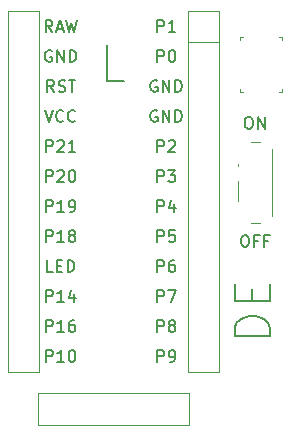
<source format=gbr>
%TF.GenerationSoftware,KiCad,Pcbnew,8.0.6*%
%TF.CreationDate,2024-12-27T20:41:03+01:00*%
%TF.ProjectId,left,6c656674-2e6b-4696-9361-645f70636258,0.1*%
%TF.SameCoordinates,Original*%
%TF.FileFunction,Legend,Top*%
%TF.FilePolarity,Positive*%
%FSLAX46Y46*%
G04 Gerber Fmt 4.6, Leading zero omitted, Abs format (unit mm)*
G04 Created by KiCad (PCBNEW 8.0.6) date 2024-12-27 20:41:03*
%MOMM*%
%LPD*%
G01*
G04 APERTURE LIST*
%ADD10C,0.150000*%
%ADD11C,0.120000*%
%ADD12C,0.100000*%
G04 APERTURE END LIST*
D10*
X267428572Y-109380057D02*
X266000000Y-109380057D01*
X266000000Y-109380057D02*
X266000000Y-106380057D01*
X279780057Y-131042857D02*
X276780057Y-131042857D01*
X276780057Y-131042857D02*
X276780057Y-130328571D01*
X276780057Y-130328571D02*
X276922914Y-129900000D01*
X276922914Y-129900000D02*
X277208628Y-129614285D01*
X277208628Y-129614285D02*
X277494342Y-129471428D01*
X277494342Y-129471428D02*
X278065771Y-129328571D01*
X278065771Y-129328571D02*
X278494342Y-129328571D01*
X278494342Y-129328571D02*
X279065771Y-129471428D01*
X279065771Y-129471428D02*
X279351485Y-129614285D01*
X279351485Y-129614285D02*
X279637200Y-129900000D01*
X279637200Y-129900000D02*
X279780057Y-130328571D01*
X279780057Y-130328571D02*
X279780057Y-131042857D01*
X278208628Y-128042857D02*
X278208628Y-127042857D01*
X279780057Y-126614285D02*
X279780057Y-128042857D01*
X279780057Y-128042857D02*
X276780057Y-128042857D01*
X276780057Y-128042857D02*
X276780057Y-126614285D01*
X277880952Y-112454819D02*
X278071428Y-112454819D01*
X278071428Y-112454819D02*
X278166666Y-112502438D01*
X278166666Y-112502438D02*
X278261904Y-112597676D01*
X278261904Y-112597676D02*
X278309523Y-112788152D01*
X278309523Y-112788152D02*
X278309523Y-113121485D01*
X278309523Y-113121485D02*
X278261904Y-113311961D01*
X278261904Y-113311961D02*
X278166666Y-113407200D01*
X278166666Y-113407200D02*
X278071428Y-113454819D01*
X278071428Y-113454819D02*
X277880952Y-113454819D01*
X277880952Y-113454819D02*
X277785714Y-113407200D01*
X277785714Y-113407200D02*
X277690476Y-113311961D01*
X277690476Y-113311961D02*
X277642857Y-113121485D01*
X277642857Y-113121485D02*
X277642857Y-112788152D01*
X277642857Y-112788152D02*
X277690476Y-112597676D01*
X277690476Y-112597676D02*
X277785714Y-112502438D01*
X277785714Y-112502438D02*
X277880952Y-112454819D01*
X278738095Y-113454819D02*
X278738095Y-112454819D01*
X278738095Y-112454819D02*
X279309523Y-113454819D01*
X279309523Y-113454819D02*
X279309523Y-112454819D01*
X277547619Y-122454819D02*
X277738095Y-122454819D01*
X277738095Y-122454819D02*
X277833333Y-122502438D01*
X277833333Y-122502438D02*
X277928571Y-122597676D01*
X277928571Y-122597676D02*
X277976190Y-122788152D01*
X277976190Y-122788152D02*
X277976190Y-123121485D01*
X277976190Y-123121485D02*
X277928571Y-123311961D01*
X277928571Y-123311961D02*
X277833333Y-123407200D01*
X277833333Y-123407200D02*
X277738095Y-123454819D01*
X277738095Y-123454819D02*
X277547619Y-123454819D01*
X277547619Y-123454819D02*
X277452381Y-123407200D01*
X277452381Y-123407200D02*
X277357143Y-123311961D01*
X277357143Y-123311961D02*
X277309524Y-123121485D01*
X277309524Y-123121485D02*
X277309524Y-122788152D01*
X277309524Y-122788152D02*
X277357143Y-122597676D01*
X277357143Y-122597676D02*
X277452381Y-122502438D01*
X277452381Y-122502438D02*
X277547619Y-122454819D01*
X278738095Y-122931009D02*
X278404762Y-122931009D01*
X278404762Y-123454819D02*
X278404762Y-122454819D01*
X278404762Y-122454819D02*
X278880952Y-122454819D01*
X279595238Y-122931009D02*
X279261905Y-122931009D01*
X279261905Y-123454819D02*
X279261905Y-122454819D01*
X279261905Y-122454819D02*
X279738095Y-122454819D01*
X260815714Y-130654819D02*
X260815714Y-129654819D01*
X260815714Y-129654819D02*
X261196666Y-129654819D01*
X261196666Y-129654819D02*
X261291904Y-129702438D01*
X261291904Y-129702438D02*
X261339523Y-129750057D01*
X261339523Y-129750057D02*
X261387142Y-129845295D01*
X261387142Y-129845295D02*
X261387142Y-129988152D01*
X261387142Y-129988152D02*
X261339523Y-130083390D01*
X261339523Y-130083390D02*
X261291904Y-130131009D01*
X261291904Y-130131009D02*
X261196666Y-130178628D01*
X261196666Y-130178628D02*
X260815714Y-130178628D01*
X262339523Y-130654819D02*
X261768095Y-130654819D01*
X262053809Y-130654819D02*
X262053809Y-129654819D01*
X262053809Y-129654819D02*
X261958571Y-129797676D01*
X261958571Y-129797676D02*
X261863333Y-129892914D01*
X261863333Y-129892914D02*
X261768095Y-129940533D01*
X263196666Y-129654819D02*
X263006190Y-129654819D01*
X263006190Y-129654819D02*
X262910952Y-129702438D01*
X262910952Y-129702438D02*
X262863333Y-129750057D01*
X262863333Y-129750057D02*
X262768095Y-129892914D01*
X262768095Y-129892914D02*
X262720476Y-130083390D01*
X262720476Y-130083390D02*
X262720476Y-130464342D01*
X262720476Y-130464342D02*
X262768095Y-130559580D01*
X262768095Y-130559580D02*
X262815714Y-130607200D01*
X262815714Y-130607200D02*
X262910952Y-130654819D01*
X262910952Y-130654819D02*
X263101428Y-130654819D01*
X263101428Y-130654819D02*
X263196666Y-130607200D01*
X263196666Y-130607200D02*
X263244285Y-130559580D01*
X263244285Y-130559580D02*
X263291904Y-130464342D01*
X263291904Y-130464342D02*
X263291904Y-130226247D01*
X263291904Y-130226247D02*
X263244285Y-130131009D01*
X263244285Y-130131009D02*
X263196666Y-130083390D01*
X263196666Y-130083390D02*
X263101428Y-130035771D01*
X263101428Y-130035771D02*
X262910952Y-130035771D01*
X262910952Y-130035771D02*
X262815714Y-130083390D01*
X262815714Y-130083390D02*
X262768095Y-130131009D01*
X262768095Y-130131009D02*
X262720476Y-130226247D01*
X261268095Y-106842438D02*
X261172857Y-106794819D01*
X261172857Y-106794819D02*
X261030000Y-106794819D01*
X261030000Y-106794819D02*
X260887143Y-106842438D01*
X260887143Y-106842438D02*
X260791905Y-106937676D01*
X260791905Y-106937676D02*
X260744286Y-107032914D01*
X260744286Y-107032914D02*
X260696667Y-107223390D01*
X260696667Y-107223390D02*
X260696667Y-107366247D01*
X260696667Y-107366247D02*
X260744286Y-107556723D01*
X260744286Y-107556723D02*
X260791905Y-107651961D01*
X260791905Y-107651961D02*
X260887143Y-107747200D01*
X260887143Y-107747200D02*
X261030000Y-107794819D01*
X261030000Y-107794819D02*
X261125238Y-107794819D01*
X261125238Y-107794819D02*
X261268095Y-107747200D01*
X261268095Y-107747200D02*
X261315714Y-107699580D01*
X261315714Y-107699580D02*
X261315714Y-107366247D01*
X261315714Y-107366247D02*
X261125238Y-107366247D01*
X261744286Y-107794819D02*
X261744286Y-106794819D01*
X261744286Y-106794819D02*
X262315714Y-107794819D01*
X262315714Y-107794819D02*
X262315714Y-106794819D01*
X262791905Y-107794819D02*
X262791905Y-106794819D01*
X262791905Y-106794819D02*
X263030000Y-106794819D01*
X263030000Y-106794819D02*
X263172857Y-106842438D01*
X263172857Y-106842438D02*
X263268095Y-106937676D01*
X263268095Y-106937676D02*
X263315714Y-107032914D01*
X263315714Y-107032914D02*
X263363333Y-107223390D01*
X263363333Y-107223390D02*
X263363333Y-107366247D01*
X263363333Y-107366247D02*
X263315714Y-107556723D01*
X263315714Y-107556723D02*
X263268095Y-107651961D01*
X263268095Y-107651961D02*
X263172857Y-107747200D01*
X263172857Y-107747200D02*
X263030000Y-107794819D01*
X263030000Y-107794819D02*
X262791905Y-107794819D01*
X261387142Y-125574819D02*
X260910952Y-125574819D01*
X260910952Y-125574819D02*
X260910952Y-124574819D01*
X261720476Y-125051009D02*
X262053809Y-125051009D01*
X262196666Y-125574819D02*
X261720476Y-125574819D01*
X261720476Y-125574819D02*
X261720476Y-124574819D01*
X261720476Y-124574819D02*
X262196666Y-124574819D01*
X262625238Y-125574819D02*
X262625238Y-124574819D01*
X262625238Y-124574819D02*
X262863333Y-124574819D01*
X262863333Y-124574819D02*
X263006190Y-124622438D01*
X263006190Y-124622438D02*
X263101428Y-124717676D01*
X263101428Y-124717676D02*
X263149047Y-124812914D01*
X263149047Y-124812914D02*
X263196666Y-125003390D01*
X263196666Y-125003390D02*
X263196666Y-125146247D01*
X263196666Y-125146247D02*
X263149047Y-125336723D01*
X263149047Y-125336723D02*
X263101428Y-125431961D01*
X263101428Y-125431961D02*
X263006190Y-125527200D01*
X263006190Y-125527200D02*
X262863333Y-125574819D01*
X262863333Y-125574819D02*
X262625238Y-125574819D01*
X260696667Y-111874819D02*
X261030000Y-112874819D01*
X261030000Y-112874819D02*
X261363333Y-111874819D01*
X262268095Y-112779580D02*
X262220476Y-112827200D01*
X262220476Y-112827200D02*
X262077619Y-112874819D01*
X262077619Y-112874819D02*
X261982381Y-112874819D01*
X261982381Y-112874819D02*
X261839524Y-112827200D01*
X261839524Y-112827200D02*
X261744286Y-112731961D01*
X261744286Y-112731961D02*
X261696667Y-112636723D01*
X261696667Y-112636723D02*
X261649048Y-112446247D01*
X261649048Y-112446247D02*
X261649048Y-112303390D01*
X261649048Y-112303390D02*
X261696667Y-112112914D01*
X261696667Y-112112914D02*
X261744286Y-112017676D01*
X261744286Y-112017676D02*
X261839524Y-111922438D01*
X261839524Y-111922438D02*
X261982381Y-111874819D01*
X261982381Y-111874819D02*
X262077619Y-111874819D01*
X262077619Y-111874819D02*
X262220476Y-111922438D01*
X262220476Y-111922438D02*
X262268095Y-111970057D01*
X263268095Y-112779580D02*
X263220476Y-112827200D01*
X263220476Y-112827200D02*
X263077619Y-112874819D01*
X263077619Y-112874819D02*
X262982381Y-112874819D01*
X262982381Y-112874819D02*
X262839524Y-112827200D01*
X262839524Y-112827200D02*
X262744286Y-112731961D01*
X262744286Y-112731961D02*
X262696667Y-112636723D01*
X262696667Y-112636723D02*
X262649048Y-112446247D01*
X262649048Y-112446247D02*
X262649048Y-112303390D01*
X262649048Y-112303390D02*
X262696667Y-112112914D01*
X262696667Y-112112914D02*
X262744286Y-112017676D01*
X262744286Y-112017676D02*
X262839524Y-111922438D01*
X262839524Y-111922438D02*
X262982381Y-111874819D01*
X262982381Y-111874819D02*
X263077619Y-111874819D01*
X263077619Y-111874819D02*
X263220476Y-111922438D01*
X263220476Y-111922438D02*
X263268095Y-111970057D01*
X260815714Y-123034819D02*
X260815714Y-122034819D01*
X260815714Y-122034819D02*
X261196666Y-122034819D01*
X261196666Y-122034819D02*
X261291904Y-122082438D01*
X261291904Y-122082438D02*
X261339523Y-122130057D01*
X261339523Y-122130057D02*
X261387142Y-122225295D01*
X261387142Y-122225295D02*
X261387142Y-122368152D01*
X261387142Y-122368152D02*
X261339523Y-122463390D01*
X261339523Y-122463390D02*
X261291904Y-122511009D01*
X261291904Y-122511009D02*
X261196666Y-122558628D01*
X261196666Y-122558628D02*
X260815714Y-122558628D01*
X262339523Y-123034819D02*
X261768095Y-123034819D01*
X262053809Y-123034819D02*
X262053809Y-122034819D01*
X262053809Y-122034819D02*
X261958571Y-122177676D01*
X261958571Y-122177676D02*
X261863333Y-122272914D01*
X261863333Y-122272914D02*
X261768095Y-122320533D01*
X262910952Y-122463390D02*
X262815714Y-122415771D01*
X262815714Y-122415771D02*
X262768095Y-122368152D01*
X262768095Y-122368152D02*
X262720476Y-122272914D01*
X262720476Y-122272914D02*
X262720476Y-122225295D01*
X262720476Y-122225295D02*
X262768095Y-122130057D01*
X262768095Y-122130057D02*
X262815714Y-122082438D01*
X262815714Y-122082438D02*
X262910952Y-122034819D01*
X262910952Y-122034819D02*
X263101428Y-122034819D01*
X263101428Y-122034819D02*
X263196666Y-122082438D01*
X263196666Y-122082438D02*
X263244285Y-122130057D01*
X263244285Y-122130057D02*
X263291904Y-122225295D01*
X263291904Y-122225295D02*
X263291904Y-122272914D01*
X263291904Y-122272914D02*
X263244285Y-122368152D01*
X263244285Y-122368152D02*
X263196666Y-122415771D01*
X263196666Y-122415771D02*
X263101428Y-122463390D01*
X263101428Y-122463390D02*
X262910952Y-122463390D01*
X262910952Y-122463390D02*
X262815714Y-122511009D01*
X262815714Y-122511009D02*
X262768095Y-122558628D01*
X262768095Y-122558628D02*
X262720476Y-122653866D01*
X262720476Y-122653866D02*
X262720476Y-122844342D01*
X262720476Y-122844342D02*
X262768095Y-122939580D01*
X262768095Y-122939580D02*
X262815714Y-122987200D01*
X262815714Y-122987200D02*
X262910952Y-123034819D01*
X262910952Y-123034819D02*
X263101428Y-123034819D01*
X263101428Y-123034819D02*
X263196666Y-122987200D01*
X263196666Y-122987200D02*
X263244285Y-122939580D01*
X263244285Y-122939580D02*
X263291904Y-122844342D01*
X263291904Y-122844342D02*
X263291904Y-122653866D01*
X263291904Y-122653866D02*
X263244285Y-122558628D01*
X263244285Y-122558628D02*
X263196666Y-122511009D01*
X263196666Y-122511009D02*
X263101428Y-122463390D01*
X270231905Y-105254819D02*
X270231905Y-104254819D01*
X270231905Y-104254819D02*
X270612857Y-104254819D01*
X270612857Y-104254819D02*
X270708095Y-104302438D01*
X270708095Y-104302438D02*
X270755714Y-104350057D01*
X270755714Y-104350057D02*
X270803333Y-104445295D01*
X270803333Y-104445295D02*
X270803333Y-104588152D01*
X270803333Y-104588152D02*
X270755714Y-104683390D01*
X270755714Y-104683390D02*
X270708095Y-104731009D01*
X270708095Y-104731009D02*
X270612857Y-104778628D01*
X270612857Y-104778628D02*
X270231905Y-104778628D01*
X271755714Y-105254819D02*
X271184286Y-105254819D01*
X271470000Y-105254819D02*
X271470000Y-104254819D01*
X271470000Y-104254819D02*
X271374762Y-104397676D01*
X271374762Y-104397676D02*
X271279524Y-104492914D01*
X271279524Y-104492914D02*
X271184286Y-104540533D01*
X270231905Y-128114819D02*
X270231905Y-127114819D01*
X270231905Y-127114819D02*
X270612857Y-127114819D01*
X270612857Y-127114819D02*
X270708095Y-127162438D01*
X270708095Y-127162438D02*
X270755714Y-127210057D01*
X270755714Y-127210057D02*
X270803333Y-127305295D01*
X270803333Y-127305295D02*
X270803333Y-127448152D01*
X270803333Y-127448152D02*
X270755714Y-127543390D01*
X270755714Y-127543390D02*
X270708095Y-127591009D01*
X270708095Y-127591009D02*
X270612857Y-127638628D01*
X270612857Y-127638628D02*
X270231905Y-127638628D01*
X271136667Y-127114819D02*
X271803333Y-127114819D01*
X271803333Y-127114819D02*
X271374762Y-128114819D01*
X261482380Y-110334819D02*
X261149047Y-109858628D01*
X260910952Y-110334819D02*
X260910952Y-109334819D01*
X260910952Y-109334819D02*
X261291904Y-109334819D01*
X261291904Y-109334819D02*
X261387142Y-109382438D01*
X261387142Y-109382438D02*
X261434761Y-109430057D01*
X261434761Y-109430057D02*
X261482380Y-109525295D01*
X261482380Y-109525295D02*
X261482380Y-109668152D01*
X261482380Y-109668152D02*
X261434761Y-109763390D01*
X261434761Y-109763390D02*
X261387142Y-109811009D01*
X261387142Y-109811009D02*
X261291904Y-109858628D01*
X261291904Y-109858628D02*
X260910952Y-109858628D01*
X261863333Y-110287200D02*
X262006190Y-110334819D01*
X262006190Y-110334819D02*
X262244285Y-110334819D01*
X262244285Y-110334819D02*
X262339523Y-110287200D01*
X262339523Y-110287200D02*
X262387142Y-110239580D01*
X262387142Y-110239580D02*
X262434761Y-110144342D01*
X262434761Y-110144342D02*
X262434761Y-110049104D01*
X262434761Y-110049104D02*
X262387142Y-109953866D01*
X262387142Y-109953866D02*
X262339523Y-109906247D01*
X262339523Y-109906247D02*
X262244285Y-109858628D01*
X262244285Y-109858628D02*
X262053809Y-109811009D01*
X262053809Y-109811009D02*
X261958571Y-109763390D01*
X261958571Y-109763390D02*
X261910952Y-109715771D01*
X261910952Y-109715771D02*
X261863333Y-109620533D01*
X261863333Y-109620533D02*
X261863333Y-109525295D01*
X261863333Y-109525295D02*
X261910952Y-109430057D01*
X261910952Y-109430057D02*
X261958571Y-109382438D01*
X261958571Y-109382438D02*
X262053809Y-109334819D01*
X262053809Y-109334819D02*
X262291904Y-109334819D01*
X262291904Y-109334819D02*
X262434761Y-109382438D01*
X262720476Y-109334819D02*
X263291904Y-109334819D01*
X263006190Y-110334819D02*
X263006190Y-109334819D01*
X260815714Y-133194819D02*
X260815714Y-132194819D01*
X260815714Y-132194819D02*
X261196666Y-132194819D01*
X261196666Y-132194819D02*
X261291904Y-132242438D01*
X261291904Y-132242438D02*
X261339523Y-132290057D01*
X261339523Y-132290057D02*
X261387142Y-132385295D01*
X261387142Y-132385295D02*
X261387142Y-132528152D01*
X261387142Y-132528152D02*
X261339523Y-132623390D01*
X261339523Y-132623390D02*
X261291904Y-132671009D01*
X261291904Y-132671009D02*
X261196666Y-132718628D01*
X261196666Y-132718628D02*
X260815714Y-132718628D01*
X262339523Y-133194819D02*
X261768095Y-133194819D01*
X262053809Y-133194819D02*
X262053809Y-132194819D01*
X262053809Y-132194819D02*
X261958571Y-132337676D01*
X261958571Y-132337676D02*
X261863333Y-132432914D01*
X261863333Y-132432914D02*
X261768095Y-132480533D01*
X262958571Y-132194819D02*
X263053809Y-132194819D01*
X263053809Y-132194819D02*
X263149047Y-132242438D01*
X263149047Y-132242438D02*
X263196666Y-132290057D01*
X263196666Y-132290057D02*
X263244285Y-132385295D01*
X263244285Y-132385295D02*
X263291904Y-132575771D01*
X263291904Y-132575771D02*
X263291904Y-132813866D01*
X263291904Y-132813866D02*
X263244285Y-133004342D01*
X263244285Y-133004342D02*
X263196666Y-133099580D01*
X263196666Y-133099580D02*
X263149047Y-133147200D01*
X263149047Y-133147200D02*
X263053809Y-133194819D01*
X263053809Y-133194819D02*
X262958571Y-133194819D01*
X262958571Y-133194819D02*
X262863333Y-133147200D01*
X262863333Y-133147200D02*
X262815714Y-133099580D01*
X262815714Y-133099580D02*
X262768095Y-133004342D01*
X262768095Y-133004342D02*
X262720476Y-132813866D01*
X262720476Y-132813866D02*
X262720476Y-132575771D01*
X262720476Y-132575771D02*
X262768095Y-132385295D01*
X262768095Y-132385295D02*
X262815714Y-132290057D01*
X262815714Y-132290057D02*
X262863333Y-132242438D01*
X262863333Y-132242438D02*
X262958571Y-132194819D01*
X260815714Y-117954819D02*
X260815714Y-116954819D01*
X260815714Y-116954819D02*
X261196666Y-116954819D01*
X261196666Y-116954819D02*
X261291904Y-117002438D01*
X261291904Y-117002438D02*
X261339523Y-117050057D01*
X261339523Y-117050057D02*
X261387142Y-117145295D01*
X261387142Y-117145295D02*
X261387142Y-117288152D01*
X261387142Y-117288152D02*
X261339523Y-117383390D01*
X261339523Y-117383390D02*
X261291904Y-117431009D01*
X261291904Y-117431009D02*
X261196666Y-117478628D01*
X261196666Y-117478628D02*
X260815714Y-117478628D01*
X261768095Y-117050057D02*
X261815714Y-117002438D01*
X261815714Y-117002438D02*
X261910952Y-116954819D01*
X261910952Y-116954819D02*
X262149047Y-116954819D01*
X262149047Y-116954819D02*
X262244285Y-117002438D01*
X262244285Y-117002438D02*
X262291904Y-117050057D01*
X262291904Y-117050057D02*
X262339523Y-117145295D01*
X262339523Y-117145295D02*
X262339523Y-117240533D01*
X262339523Y-117240533D02*
X262291904Y-117383390D01*
X262291904Y-117383390D02*
X261720476Y-117954819D01*
X261720476Y-117954819D02*
X262339523Y-117954819D01*
X262958571Y-116954819D02*
X263053809Y-116954819D01*
X263053809Y-116954819D02*
X263149047Y-117002438D01*
X263149047Y-117002438D02*
X263196666Y-117050057D01*
X263196666Y-117050057D02*
X263244285Y-117145295D01*
X263244285Y-117145295D02*
X263291904Y-117335771D01*
X263291904Y-117335771D02*
X263291904Y-117573866D01*
X263291904Y-117573866D02*
X263244285Y-117764342D01*
X263244285Y-117764342D02*
X263196666Y-117859580D01*
X263196666Y-117859580D02*
X263149047Y-117907200D01*
X263149047Y-117907200D02*
X263053809Y-117954819D01*
X263053809Y-117954819D02*
X262958571Y-117954819D01*
X262958571Y-117954819D02*
X262863333Y-117907200D01*
X262863333Y-117907200D02*
X262815714Y-117859580D01*
X262815714Y-117859580D02*
X262768095Y-117764342D01*
X262768095Y-117764342D02*
X262720476Y-117573866D01*
X262720476Y-117573866D02*
X262720476Y-117335771D01*
X262720476Y-117335771D02*
X262768095Y-117145295D01*
X262768095Y-117145295D02*
X262815714Y-117050057D01*
X262815714Y-117050057D02*
X262863333Y-117002438D01*
X262863333Y-117002438D02*
X262958571Y-116954819D01*
X260815714Y-128114819D02*
X260815714Y-127114819D01*
X260815714Y-127114819D02*
X261196666Y-127114819D01*
X261196666Y-127114819D02*
X261291904Y-127162438D01*
X261291904Y-127162438D02*
X261339523Y-127210057D01*
X261339523Y-127210057D02*
X261387142Y-127305295D01*
X261387142Y-127305295D02*
X261387142Y-127448152D01*
X261387142Y-127448152D02*
X261339523Y-127543390D01*
X261339523Y-127543390D02*
X261291904Y-127591009D01*
X261291904Y-127591009D02*
X261196666Y-127638628D01*
X261196666Y-127638628D02*
X260815714Y-127638628D01*
X262339523Y-128114819D02*
X261768095Y-128114819D01*
X262053809Y-128114819D02*
X262053809Y-127114819D01*
X262053809Y-127114819D02*
X261958571Y-127257676D01*
X261958571Y-127257676D02*
X261863333Y-127352914D01*
X261863333Y-127352914D02*
X261768095Y-127400533D01*
X263196666Y-127448152D02*
X263196666Y-128114819D01*
X262958571Y-127067200D02*
X262720476Y-127781485D01*
X262720476Y-127781485D02*
X263339523Y-127781485D01*
X270231905Y-133194819D02*
X270231905Y-132194819D01*
X270231905Y-132194819D02*
X270612857Y-132194819D01*
X270612857Y-132194819D02*
X270708095Y-132242438D01*
X270708095Y-132242438D02*
X270755714Y-132290057D01*
X270755714Y-132290057D02*
X270803333Y-132385295D01*
X270803333Y-132385295D02*
X270803333Y-132528152D01*
X270803333Y-132528152D02*
X270755714Y-132623390D01*
X270755714Y-132623390D02*
X270708095Y-132671009D01*
X270708095Y-132671009D02*
X270612857Y-132718628D01*
X270612857Y-132718628D02*
X270231905Y-132718628D01*
X271279524Y-133194819D02*
X271470000Y-133194819D01*
X271470000Y-133194819D02*
X271565238Y-133147200D01*
X271565238Y-133147200D02*
X271612857Y-133099580D01*
X271612857Y-133099580D02*
X271708095Y-132956723D01*
X271708095Y-132956723D02*
X271755714Y-132766247D01*
X271755714Y-132766247D02*
X271755714Y-132385295D01*
X271755714Y-132385295D02*
X271708095Y-132290057D01*
X271708095Y-132290057D02*
X271660476Y-132242438D01*
X271660476Y-132242438D02*
X271565238Y-132194819D01*
X271565238Y-132194819D02*
X271374762Y-132194819D01*
X271374762Y-132194819D02*
X271279524Y-132242438D01*
X271279524Y-132242438D02*
X271231905Y-132290057D01*
X271231905Y-132290057D02*
X271184286Y-132385295D01*
X271184286Y-132385295D02*
X271184286Y-132623390D01*
X271184286Y-132623390D02*
X271231905Y-132718628D01*
X271231905Y-132718628D02*
X271279524Y-132766247D01*
X271279524Y-132766247D02*
X271374762Y-132813866D01*
X271374762Y-132813866D02*
X271565238Y-132813866D01*
X271565238Y-132813866D02*
X271660476Y-132766247D01*
X271660476Y-132766247D02*
X271708095Y-132718628D01*
X271708095Y-132718628D02*
X271755714Y-132623390D01*
X270208095Y-109382438D02*
X270112857Y-109334819D01*
X270112857Y-109334819D02*
X269970000Y-109334819D01*
X269970000Y-109334819D02*
X269827143Y-109382438D01*
X269827143Y-109382438D02*
X269731905Y-109477676D01*
X269731905Y-109477676D02*
X269684286Y-109572914D01*
X269684286Y-109572914D02*
X269636667Y-109763390D01*
X269636667Y-109763390D02*
X269636667Y-109906247D01*
X269636667Y-109906247D02*
X269684286Y-110096723D01*
X269684286Y-110096723D02*
X269731905Y-110191961D01*
X269731905Y-110191961D02*
X269827143Y-110287200D01*
X269827143Y-110287200D02*
X269970000Y-110334819D01*
X269970000Y-110334819D02*
X270065238Y-110334819D01*
X270065238Y-110334819D02*
X270208095Y-110287200D01*
X270208095Y-110287200D02*
X270255714Y-110239580D01*
X270255714Y-110239580D02*
X270255714Y-109906247D01*
X270255714Y-109906247D02*
X270065238Y-109906247D01*
X270684286Y-110334819D02*
X270684286Y-109334819D01*
X270684286Y-109334819D02*
X271255714Y-110334819D01*
X271255714Y-110334819D02*
X271255714Y-109334819D01*
X271731905Y-110334819D02*
X271731905Y-109334819D01*
X271731905Y-109334819D02*
X271970000Y-109334819D01*
X271970000Y-109334819D02*
X272112857Y-109382438D01*
X272112857Y-109382438D02*
X272208095Y-109477676D01*
X272208095Y-109477676D02*
X272255714Y-109572914D01*
X272255714Y-109572914D02*
X272303333Y-109763390D01*
X272303333Y-109763390D02*
X272303333Y-109906247D01*
X272303333Y-109906247D02*
X272255714Y-110096723D01*
X272255714Y-110096723D02*
X272208095Y-110191961D01*
X272208095Y-110191961D02*
X272112857Y-110287200D01*
X272112857Y-110287200D02*
X271970000Y-110334819D01*
X271970000Y-110334819D02*
X271731905Y-110334819D01*
X260815714Y-120494819D02*
X260815714Y-119494819D01*
X260815714Y-119494819D02*
X261196666Y-119494819D01*
X261196666Y-119494819D02*
X261291904Y-119542438D01*
X261291904Y-119542438D02*
X261339523Y-119590057D01*
X261339523Y-119590057D02*
X261387142Y-119685295D01*
X261387142Y-119685295D02*
X261387142Y-119828152D01*
X261387142Y-119828152D02*
X261339523Y-119923390D01*
X261339523Y-119923390D02*
X261291904Y-119971009D01*
X261291904Y-119971009D02*
X261196666Y-120018628D01*
X261196666Y-120018628D02*
X260815714Y-120018628D01*
X262339523Y-120494819D02*
X261768095Y-120494819D01*
X262053809Y-120494819D02*
X262053809Y-119494819D01*
X262053809Y-119494819D02*
X261958571Y-119637676D01*
X261958571Y-119637676D02*
X261863333Y-119732914D01*
X261863333Y-119732914D02*
X261768095Y-119780533D01*
X262815714Y-120494819D02*
X263006190Y-120494819D01*
X263006190Y-120494819D02*
X263101428Y-120447200D01*
X263101428Y-120447200D02*
X263149047Y-120399580D01*
X263149047Y-120399580D02*
X263244285Y-120256723D01*
X263244285Y-120256723D02*
X263291904Y-120066247D01*
X263291904Y-120066247D02*
X263291904Y-119685295D01*
X263291904Y-119685295D02*
X263244285Y-119590057D01*
X263244285Y-119590057D02*
X263196666Y-119542438D01*
X263196666Y-119542438D02*
X263101428Y-119494819D01*
X263101428Y-119494819D02*
X262910952Y-119494819D01*
X262910952Y-119494819D02*
X262815714Y-119542438D01*
X262815714Y-119542438D02*
X262768095Y-119590057D01*
X262768095Y-119590057D02*
X262720476Y-119685295D01*
X262720476Y-119685295D02*
X262720476Y-119923390D01*
X262720476Y-119923390D02*
X262768095Y-120018628D01*
X262768095Y-120018628D02*
X262815714Y-120066247D01*
X262815714Y-120066247D02*
X262910952Y-120113866D01*
X262910952Y-120113866D02*
X263101428Y-120113866D01*
X263101428Y-120113866D02*
X263196666Y-120066247D01*
X263196666Y-120066247D02*
X263244285Y-120018628D01*
X263244285Y-120018628D02*
X263291904Y-119923390D01*
X270231905Y-123034819D02*
X270231905Y-122034819D01*
X270231905Y-122034819D02*
X270612857Y-122034819D01*
X270612857Y-122034819D02*
X270708095Y-122082438D01*
X270708095Y-122082438D02*
X270755714Y-122130057D01*
X270755714Y-122130057D02*
X270803333Y-122225295D01*
X270803333Y-122225295D02*
X270803333Y-122368152D01*
X270803333Y-122368152D02*
X270755714Y-122463390D01*
X270755714Y-122463390D02*
X270708095Y-122511009D01*
X270708095Y-122511009D02*
X270612857Y-122558628D01*
X270612857Y-122558628D02*
X270231905Y-122558628D01*
X271708095Y-122034819D02*
X271231905Y-122034819D01*
X271231905Y-122034819D02*
X271184286Y-122511009D01*
X271184286Y-122511009D02*
X271231905Y-122463390D01*
X271231905Y-122463390D02*
X271327143Y-122415771D01*
X271327143Y-122415771D02*
X271565238Y-122415771D01*
X271565238Y-122415771D02*
X271660476Y-122463390D01*
X271660476Y-122463390D02*
X271708095Y-122511009D01*
X271708095Y-122511009D02*
X271755714Y-122606247D01*
X271755714Y-122606247D02*
X271755714Y-122844342D01*
X271755714Y-122844342D02*
X271708095Y-122939580D01*
X271708095Y-122939580D02*
X271660476Y-122987200D01*
X271660476Y-122987200D02*
X271565238Y-123034819D01*
X271565238Y-123034819D02*
X271327143Y-123034819D01*
X271327143Y-123034819D02*
X271231905Y-122987200D01*
X271231905Y-122987200D02*
X271184286Y-122939580D01*
X270231905Y-130654819D02*
X270231905Y-129654819D01*
X270231905Y-129654819D02*
X270612857Y-129654819D01*
X270612857Y-129654819D02*
X270708095Y-129702438D01*
X270708095Y-129702438D02*
X270755714Y-129750057D01*
X270755714Y-129750057D02*
X270803333Y-129845295D01*
X270803333Y-129845295D02*
X270803333Y-129988152D01*
X270803333Y-129988152D02*
X270755714Y-130083390D01*
X270755714Y-130083390D02*
X270708095Y-130131009D01*
X270708095Y-130131009D02*
X270612857Y-130178628D01*
X270612857Y-130178628D02*
X270231905Y-130178628D01*
X271374762Y-130083390D02*
X271279524Y-130035771D01*
X271279524Y-130035771D02*
X271231905Y-129988152D01*
X271231905Y-129988152D02*
X271184286Y-129892914D01*
X271184286Y-129892914D02*
X271184286Y-129845295D01*
X271184286Y-129845295D02*
X271231905Y-129750057D01*
X271231905Y-129750057D02*
X271279524Y-129702438D01*
X271279524Y-129702438D02*
X271374762Y-129654819D01*
X271374762Y-129654819D02*
X271565238Y-129654819D01*
X271565238Y-129654819D02*
X271660476Y-129702438D01*
X271660476Y-129702438D02*
X271708095Y-129750057D01*
X271708095Y-129750057D02*
X271755714Y-129845295D01*
X271755714Y-129845295D02*
X271755714Y-129892914D01*
X271755714Y-129892914D02*
X271708095Y-129988152D01*
X271708095Y-129988152D02*
X271660476Y-130035771D01*
X271660476Y-130035771D02*
X271565238Y-130083390D01*
X271565238Y-130083390D02*
X271374762Y-130083390D01*
X271374762Y-130083390D02*
X271279524Y-130131009D01*
X271279524Y-130131009D02*
X271231905Y-130178628D01*
X271231905Y-130178628D02*
X271184286Y-130273866D01*
X271184286Y-130273866D02*
X271184286Y-130464342D01*
X271184286Y-130464342D02*
X271231905Y-130559580D01*
X271231905Y-130559580D02*
X271279524Y-130607200D01*
X271279524Y-130607200D02*
X271374762Y-130654819D01*
X271374762Y-130654819D02*
X271565238Y-130654819D01*
X271565238Y-130654819D02*
X271660476Y-130607200D01*
X271660476Y-130607200D02*
X271708095Y-130559580D01*
X271708095Y-130559580D02*
X271755714Y-130464342D01*
X271755714Y-130464342D02*
X271755714Y-130273866D01*
X271755714Y-130273866D02*
X271708095Y-130178628D01*
X271708095Y-130178628D02*
X271660476Y-130131009D01*
X271660476Y-130131009D02*
X271565238Y-130083390D01*
X270231905Y-107794819D02*
X270231905Y-106794819D01*
X270231905Y-106794819D02*
X270612857Y-106794819D01*
X270612857Y-106794819D02*
X270708095Y-106842438D01*
X270708095Y-106842438D02*
X270755714Y-106890057D01*
X270755714Y-106890057D02*
X270803333Y-106985295D01*
X270803333Y-106985295D02*
X270803333Y-107128152D01*
X270803333Y-107128152D02*
X270755714Y-107223390D01*
X270755714Y-107223390D02*
X270708095Y-107271009D01*
X270708095Y-107271009D02*
X270612857Y-107318628D01*
X270612857Y-107318628D02*
X270231905Y-107318628D01*
X271422381Y-106794819D02*
X271517619Y-106794819D01*
X271517619Y-106794819D02*
X271612857Y-106842438D01*
X271612857Y-106842438D02*
X271660476Y-106890057D01*
X271660476Y-106890057D02*
X271708095Y-106985295D01*
X271708095Y-106985295D02*
X271755714Y-107175771D01*
X271755714Y-107175771D02*
X271755714Y-107413866D01*
X271755714Y-107413866D02*
X271708095Y-107604342D01*
X271708095Y-107604342D02*
X271660476Y-107699580D01*
X271660476Y-107699580D02*
X271612857Y-107747200D01*
X271612857Y-107747200D02*
X271517619Y-107794819D01*
X271517619Y-107794819D02*
X271422381Y-107794819D01*
X271422381Y-107794819D02*
X271327143Y-107747200D01*
X271327143Y-107747200D02*
X271279524Y-107699580D01*
X271279524Y-107699580D02*
X271231905Y-107604342D01*
X271231905Y-107604342D02*
X271184286Y-107413866D01*
X271184286Y-107413866D02*
X271184286Y-107175771D01*
X271184286Y-107175771D02*
X271231905Y-106985295D01*
X271231905Y-106985295D02*
X271279524Y-106890057D01*
X271279524Y-106890057D02*
X271327143Y-106842438D01*
X271327143Y-106842438D02*
X271422381Y-106794819D01*
X270231905Y-117954819D02*
X270231905Y-116954819D01*
X270231905Y-116954819D02*
X270612857Y-116954819D01*
X270612857Y-116954819D02*
X270708095Y-117002438D01*
X270708095Y-117002438D02*
X270755714Y-117050057D01*
X270755714Y-117050057D02*
X270803333Y-117145295D01*
X270803333Y-117145295D02*
X270803333Y-117288152D01*
X270803333Y-117288152D02*
X270755714Y-117383390D01*
X270755714Y-117383390D02*
X270708095Y-117431009D01*
X270708095Y-117431009D02*
X270612857Y-117478628D01*
X270612857Y-117478628D02*
X270231905Y-117478628D01*
X271136667Y-116954819D02*
X271755714Y-116954819D01*
X271755714Y-116954819D02*
X271422381Y-117335771D01*
X271422381Y-117335771D02*
X271565238Y-117335771D01*
X271565238Y-117335771D02*
X271660476Y-117383390D01*
X271660476Y-117383390D02*
X271708095Y-117431009D01*
X271708095Y-117431009D02*
X271755714Y-117526247D01*
X271755714Y-117526247D02*
X271755714Y-117764342D01*
X271755714Y-117764342D02*
X271708095Y-117859580D01*
X271708095Y-117859580D02*
X271660476Y-117907200D01*
X271660476Y-117907200D02*
X271565238Y-117954819D01*
X271565238Y-117954819D02*
X271279524Y-117954819D01*
X271279524Y-117954819D02*
X271184286Y-117907200D01*
X271184286Y-117907200D02*
X271136667Y-117859580D01*
X270208095Y-111922438D02*
X270112857Y-111874819D01*
X270112857Y-111874819D02*
X269970000Y-111874819D01*
X269970000Y-111874819D02*
X269827143Y-111922438D01*
X269827143Y-111922438D02*
X269731905Y-112017676D01*
X269731905Y-112017676D02*
X269684286Y-112112914D01*
X269684286Y-112112914D02*
X269636667Y-112303390D01*
X269636667Y-112303390D02*
X269636667Y-112446247D01*
X269636667Y-112446247D02*
X269684286Y-112636723D01*
X269684286Y-112636723D02*
X269731905Y-112731961D01*
X269731905Y-112731961D02*
X269827143Y-112827200D01*
X269827143Y-112827200D02*
X269970000Y-112874819D01*
X269970000Y-112874819D02*
X270065238Y-112874819D01*
X270065238Y-112874819D02*
X270208095Y-112827200D01*
X270208095Y-112827200D02*
X270255714Y-112779580D01*
X270255714Y-112779580D02*
X270255714Y-112446247D01*
X270255714Y-112446247D02*
X270065238Y-112446247D01*
X270684286Y-112874819D02*
X270684286Y-111874819D01*
X270684286Y-111874819D02*
X271255714Y-112874819D01*
X271255714Y-112874819D02*
X271255714Y-111874819D01*
X271731905Y-112874819D02*
X271731905Y-111874819D01*
X271731905Y-111874819D02*
X271970000Y-111874819D01*
X271970000Y-111874819D02*
X272112857Y-111922438D01*
X272112857Y-111922438D02*
X272208095Y-112017676D01*
X272208095Y-112017676D02*
X272255714Y-112112914D01*
X272255714Y-112112914D02*
X272303333Y-112303390D01*
X272303333Y-112303390D02*
X272303333Y-112446247D01*
X272303333Y-112446247D02*
X272255714Y-112636723D01*
X272255714Y-112636723D02*
X272208095Y-112731961D01*
X272208095Y-112731961D02*
X272112857Y-112827200D01*
X272112857Y-112827200D02*
X271970000Y-112874819D01*
X271970000Y-112874819D02*
X271731905Y-112874819D01*
X270231905Y-115414819D02*
X270231905Y-114414819D01*
X270231905Y-114414819D02*
X270612857Y-114414819D01*
X270612857Y-114414819D02*
X270708095Y-114462438D01*
X270708095Y-114462438D02*
X270755714Y-114510057D01*
X270755714Y-114510057D02*
X270803333Y-114605295D01*
X270803333Y-114605295D02*
X270803333Y-114748152D01*
X270803333Y-114748152D02*
X270755714Y-114843390D01*
X270755714Y-114843390D02*
X270708095Y-114891009D01*
X270708095Y-114891009D02*
X270612857Y-114938628D01*
X270612857Y-114938628D02*
X270231905Y-114938628D01*
X271184286Y-114510057D02*
X271231905Y-114462438D01*
X271231905Y-114462438D02*
X271327143Y-114414819D01*
X271327143Y-114414819D02*
X271565238Y-114414819D01*
X271565238Y-114414819D02*
X271660476Y-114462438D01*
X271660476Y-114462438D02*
X271708095Y-114510057D01*
X271708095Y-114510057D02*
X271755714Y-114605295D01*
X271755714Y-114605295D02*
X271755714Y-114700533D01*
X271755714Y-114700533D02*
X271708095Y-114843390D01*
X271708095Y-114843390D02*
X271136667Y-115414819D01*
X271136667Y-115414819D02*
X271755714Y-115414819D01*
X270231905Y-120494819D02*
X270231905Y-119494819D01*
X270231905Y-119494819D02*
X270612857Y-119494819D01*
X270612857Y-119494819D02*
X270708095Y-119542438D01*
X270708095Y-119542438D02*
X270755714Y-119590057D01*
X270755714Y-119590057D02*
X270803333Y-119685295D01*
X270803333Y-119685295D02*
X270803333Y-119828152D01*
X270803333Y-119828152D02*
X270755714Y-119923390D01*
X270755714Y-119923390D02*
X270708095Y-119971009D01*
X270708095Y-119971009D02*
X270612857Y-120018628D01*
X270612857Y-120018628D02*
X270231905Y-120018628D01*
X271660476Y-119828152D02*
X271660476Y-120494819D01*
X271422381Y-119447200D02*
X271184286Y-120161485D01*
X271184286Y-120161485D02*
X271803333Y-120161485D01*
X261339523Y-105254819D02*
X261006190Y-104778628D01*
X260768095Y-105254819D02*
X260768095Y-104254819D01*
X260768095Y-104254819D02*
X261149047Y-104254819D01*
X261149047Y-104254819D02*
X261244285Y-104302438D01*
X261244285Y-104302438D02*
X261291904Y-104350057D01*
X261291904Y-104350057D02*
X261339523Y-104445295D01*
X261339523Y-104445295D02*
X261339523Y-104588152D01*
X261339523Y-104588152D02*
X261291904Y-104683390D01*
X261291904Y-104683390D02*
X261244285Y-104731009D01*
X261244285Y-104731009D02*
X261149047Y-104778628D01*
X261149047Y-104778628D02*
X260768095Y-104778628D01*
X261720476Y-104969104D02*
X262196666Y-104969104D01*
X261625238Y-105254819D02*
X261958571Y-104254819D01*
X261958571Y-104254819D02*
X262291904Y-105254819D01*
X262530000Y-104254819D02*
X262768095Y-105254819D01*
X262768095Y-105254819D02*
X262958571Y-104540533D01*
X262958571Y-104540533D02*
X263149047Y-105254819D01*
X263149047Y-105254819D02*
X263387143Y-104254819D01*
X270231905Y-125574819D02*
X270231905Y-124574819D01*
X270231905Y-124574819D02*
X270612857Y-124574819D01*
X270612857Y-124574819D02*
X270708095Y-124622438D01*
X270708095Y-124622438D02*
X270755714Y-124670057D01*
X270755714Y-124670057D02*
X270803333Y-124765295D01*
X270803333Y-124765295D02*
X270803333Y-124908152D01*
X270803333Y-124908152D02*
X270755714Y-125003390D01*
X270755714Y-125003390D02*
X270708095Y-125051009D01*
X270708095Y-125051009D02*
X270612857Y-125098628D01*
X270612857Y-125098628D02*
X270231905Y-125098628D01*
X271660476Y-124574819D02*
X271470000Y-124574819D01*
X271470000Y-124574819D02*
X271374762Y-124622438D01*
X271374762Y-124622438D02*
X271327143Y-124670057D01*
X271327143Y-124670057D02*
X271231905Y-124812914D01*
X271231905Y-124812914D02*
X271184286Y-125003390D01*
X271184286Y-125003390D02*
X271184286Y-125384342D01*
X271184286Y-125384342D02*
X271231905Y-125479580D01*
X271231905Y-125479580D02*
X271279524Y-125527200D01*
X271279524Y-125527200D02*
X271374762Y-125574819D01*
X271374762Y-125574819D02*
X271565238Y-125574819D01*
X271565238Y-125574819D02*
X271660476Y-125527200D01*
X271660476Y-125527200D02*
X271708095Y-125479580D01*
X271708095Y-125479580D02*
X271755714Y-125384342D01*
X271755714Y-125384342D02*
X271755714Y-125146247D01*
X271755714Y-125146247D02*
X271708095Y-125051009D01*
X271708095Y-125051009D02*
X271660476Y-125003390D01*
X271660476Y-125003390D02*
X271565238Y-124955771D01*
X271565238Y-124955771D02*
X271374762Y-124955771D01*
X271374762Y-124955771D02*
X271279524Y-125003390D01*
X271279524Y-125003390D02*
X271231905Y-125051009D01*
X271231905Y-125051009D02*
X271184286Y-125146247D01*
X260815714Y-115414819D02*
X260815714Y-114414819D01*
X260815714Y-114414819D02*
X261196666Y-114414819D01*
X261196666Y-114414819D02*
X261291904Y-114462438D01*
X261291904Y-114462438D02*
X261339523Y-114510057D01*
X261339523Y-114510057D02*
X261387142Y-114605295D01*
X261387142Y-114605295D02*
X261387142Y-114748152D01*
X261387142Y-114748152D02*
X261339523Y-114843390D01*
X261339523Y-114843390D02*
X261291904Y-114891009D01*
X261291904Y-114891009D02*
X261196666Y-114938628D01*
X261196666Y-114938628D02*
X260815714Y-114938628D01*
X261768095Y-114510057D02*
X261815714Y-114462438D01*
X261815714Y-114462438D02*
X261910952Y-114414819D01*
X261910952Y-114414819D02*
X262149047Y-114414819D01*
X262149047Y-114414819D02*
X262244285Y-114462438D01*
X262244285Y-114462438D02*
X262291904Y-114510057D01*
X262291904Y-114510057D02*
X262339523Y-114605295D01*
X262339523Y-114605295D02*
X262339523Y-114700533D01*
X262339523Y-114700533D02*
X262291904Y-114843390D01*
X262291904Y-114843390D02*
X261720476Y-115414819D01*
X261720476Y-115414819D02*
X262339523Y-115414819D01*
X263291904Y-115414819D02*
X262720476Y-115414819D01*
X263006190Y-115414819D02*
X263006190Y-114414819D01*
X263006190Y-114414819D02*
X262910952Y-114557676D01*
X262910952Y-114557676D02*
X262815714Y-114652914D01*
X262815714Y-114652914D02*
X262720476Y-114700533D01*
D11*
%TO.C,PWR1*%
X277075000Y-116600000D02*
X277075000Y-116400000D01*
X277075000Y-119600000D02*
X277075000Y-117900000D01*
X278125000Y-121450000D02*
X278915000Y-121450000D01*
X278915000Y-114550000D02*
X278125000Y-114550000D01*
X279925000Y-120850000D02*
X279925000Y-115150000D01*
%TO.C,MCU1*%
X257550000Y-103470000D02*
X257550000Y-134070000D01*
X257550000Y-103470000D02*
X260210000Y-103470000D01*
X257550000Y-134070000D02*
X260210000Y-134070000D01*
X260210000Y-103470000D02*
X260210000Y-134070000D01*
X272790000Y-103470000D02*
X272790000Y-134070000D01*
X272790000Y-103470000D02*
X275450000Y-103470000D01*
X272790000Y-106070000D02*
X275450000Y-106070000D01*
X272790000Y-134070000D02*
X275450000Y-134070000D01*
X275450000Y-103470000D02*
X275450000Y-134070000D01*
%TO.C,DISP1*%
X260090000Y-135870000D02*
X260090000Y-138530000D01*
X272910000Y-135870000D02*
X260090000Y-135870000D01*
X272910000Y-135870000D02*
X272910000Y-138530000D01*
X272910000Y-138530000D02*
X260090000Y-138530000D01*
D12*
%TO.C,RST1*%
X277250000Y-105900000D02*
X277250000Y-105650000D01*
X277250000Y-110100000D02*
X277250000Y-110350000D01*
X277500000Y-105650000D02*
X277250000Y-105650000D01*
X277500000Y-110350000D02*
X277250000Y-110350000D01*
X280500000Y-105650000D02*
X280750000Y-105650000D01*
X280500000Y-110350000D02*
X280750000Y-110350000D01*
X280750000Y-105900000D02*
X280750000Y-105650000D01*
X280750000Y-110100000D02*
X280750000Y-110350000D01*
%TD*%
M02*

</source>
